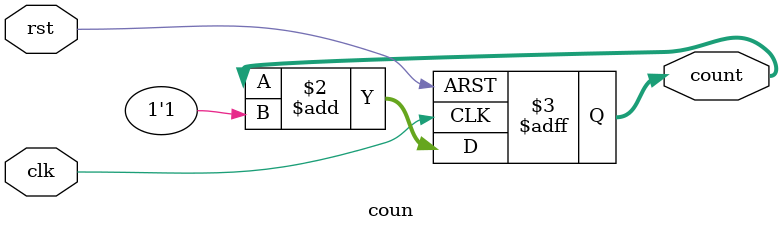
<source format=v>
module coun(
    input wire clk,
    input wire rst,
    output reg [1:0] count
);

always @(posedge clk or posedge rst) begin
    if (rst)
        count <= 2'b00;
    else
        count <= count + 1'b1;
end

endmodule


</source>
